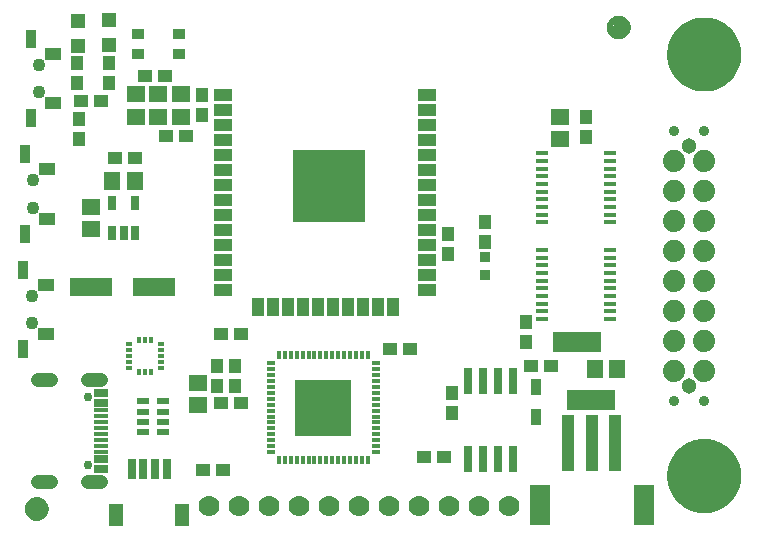
<source format=gbr>
G04 EAGLE Gerber RS-274X export*
G75*
%MOMM*%
%FSLAX34Y34*%
%LPD*%
%INSoldermask Top*%
%IPPOS*%
%AMOC8*
5,1,8,0,0,1.08239X$1,22.5*%
G01*
%ADD10R,1.301600X1.301600*%
%ADD11R,1.341600X1.601600*%
%ADD12R,0.651600X1.301600*%
%ADD13R,1.176600X1.101600*%
%ADD14R,0.701600X2.301600*%
%ADD15R,1.101600X0.951600*%
%ADD16R,0.321600X0.801600*%
%ADD17R,0.801600X0.321600*%
%ADD18R,4.801600X4.801600*%
%ADD19R,1.601600X1.341600*%
%ADD20R,1.101600X1.176600*%
%ADD21R,1.601600X1.001600*%
%ADD22R,1.001600X1.601600*%
%ADD23R,6.101600X6.101600*%
%ADD24R,1.001600X0.551600*%
%ADD25R,1.251600X0.676600*%
%ADD26R,1.251600X0.376600*%
%ADD27C,1.209600*%
%ADD28C,0.751600*%
%ADD29R,1.371600X1.001600*%
%ADD30R,0.901600X1.551600*%
%ADD31C,1.101600*%
%ADD32R,3.657600X1.501600*%
%ADD33R,1.092200X0.406400*%
%ADD34R,4.165600X1.778000*%
%ADD35C,5.367600*%
%ADD36C,1.016000*%
%ADD37R,0.701600X1.651600*%
%ADD38R,1.301600X1.901600*%
%ADD39R,1.101600X4.701600*%
%ADD40R,1.701600X3.501600*%
%ADD41R,0.901600X1.451600*%
%ADD42C,1.778000*%
%ADD43R,0.601600X0.351600*%
%ADD44R,0.351600X0.601600*%
%ADD45C,0.469900*%
%ADD46R,0.901600X0.901600*%
%ADD47C,1.879600*%
%ADD48C,1.301600*%
%ADD49C,0.901600*%


D10*
X53594Y429981D03*
X53594Y408981D03*
D11*
X102210Y294640D03*
X83210Y294640D03*
D12*
X83210Y249890D03*
X92710Y249890D03*
X102210Y249890D03*
X102210Y275890D03*
X83210Y275890D03*
D13*
X192015Y106680D03*
X175015Y106680D03*
X176775Y49530D03*
X159775Y49530D03*
D14*
X396621Y59052D03*
X396621Y125352D03*
X383921Y59052D03*
X409321Y59052D03*
X422021Y59052D03*
X383921Y125352D03*
X409321Y125352D03*
X422021Y125352D03*
D13*
X363719Y60833D03*
X346719Y60833D03*
D15*
X139420Y401460D03*
X104420Y401460D03*
X139420Y418960D03*
X104420Y418960D03*
D16*
X224193Y57844D03*
X229193Y57844D03*
X234193Y57844D03*
X239193Y57844D03*
X244193Y57844D03*
X249193Y57844D03*
X254193Y57844D03*
X259193Y57844D03*
X264193Y57844D03*
X269193Y57844D03*
X274193Y57844D03*
X279193Y57844D03*
X284193Y57844D03*
X289193Y57844D03*
X294193Y57844D03*
X299193Y57844D03*
D17*
X306193Y64844D03*
X306193Y69844D03*
X306193Y74844D03*
X306193Y79844D03*
X306193Y84844D03*
X306193Y89844D03*
X306193Y94844D03*
X306193Y99844D03*
X306193Y104844D03*
X306193Y109844D03*
X306193Y114844D03*
X306193Y119844D03*
X306193Y124844D03*
X306193Y129844D03*
X306193Y134844D03*
X306193Y139844D03*
D16*
X299193Y146844D03*
X294193Y146844D03*
X289193Y146844D03*
X284193Y146844D03*
X279193Y146844D03*
X274193Y146844D03*
X269193Y146844D03*
X264193Y146844D03*
X259193Y146844D03*
X254193Y146844D03*
X249193Y146844D03*
X244193Y146844D03*
X239193Y146844D03*
X234193Y146844D03*
X229193Y146844D03*
X224193Y146844D03*
D17*
X217193Y139844D03*
X217193Y134844D03*
X217193Y129844D03*
X217193Y124844D03*
X217193Y119844D03*
X217193Y114844D03*
X217193Y109844D03*
X217193Y104844D03*
X217193Y99844D03*
X217193Y94844D03*
X217193Y89844D03*
X217193Y84844D03*
X217193Y79844D03*
X217193Y74844D03*
X217193Y69844D03*
X217193Y64844D03*
D18*
X261693Y102344D03*
D19*
X155956Y123637D03*
X155956Y104637D03*
D20*
X187325Y121040D03*
X187325Y138040D03*
X172085Y138040D03*
X172085Y121040D03*
X370704Y98098D03*
X370704Y115098D03*
D13*
X102480Y313690D03*
X85480Y313690D03*
D20*
X158586Y366876D03*
X158586Y349876D03*
D13*
X175278Y164709D03*
X192278Y164709D03*
X335162Y151892D03*
X318162Y151892D03*
X110372Y383286D03*
X127372Y383286D03*
D20*
X54864Y329701D03*
X54864Y346701D03*
D13*
X145406Y332486D03*
X128406Y332486D03*
D21*
X177144Y366992D03*
X177144Y354292D03*
X177144Y341592D03*
X177144Y328892D03*
X177144Y316192D03*
X177144Y303492D03*
X177144Y290792D03*
X177144Y278092D03*
X177144Y265392D03*
X177144Y252692D03*
X177144Y239992D03*
X177144Y227292D03*
X177144Y214592D03*
X177144Y201892D03*
D22*
X206144Y187992D03*
X218844Y187992D03*
X231544Y187992D03*
X244244Y187992D03*
X256944Y187992D03*
X269644Y187992D03*
X282344Y187992D03*
X295044Y187992D03*
X307744Y187992D03*
X320444Y187992D03*
D21*
X349144Y201892D03*
X349144Y214592D03*
X349144Y227292D03*
X349144Y239992D03*
X349144Y252692D03*
X349144Y265392D03*
X349144Y278092D03*
X349144Y290792D03*
X349144Y303492D03*
X349144Y316192D03*
X349144Y328892D03*
X349144Y341592D03*
X349144Y354292D03*
X349144Y366992D03*
D23*
X266544Y289992D03*
D19*
X102870Y348640D03*
X102870Y367640D03*
X121920Y348640D03*
X121920Y367640D03*
X140970Y348640D03*
X140970Y367640D03*
D24*
X125975Y107615D03*
X108975Y107615D03*
X125975Y98615D03*
X125975Y90615D03*
X125975Y81615D03*
X108975Y81615D03*
X108975Y98615D03*
X108975Y90615D03*
D25*
X73550Y114550D03*
X73550Y106550D03*
D26*
X73550Y100050D03*
X73550Y95050D03*
X73550Y90050D03*
X73550Y85050D03*
X73550Y80050D03*
X73550Y75050D03*
X73550Y70050D03*
X73550Y65050D03*
D25*
X73550Y58550D03*
X73550Y50550D03*
D27*
X31540Y125750D02*
X20460Y125750D01*
X20460Y39350D02*
X31540Y39350D01*
X62260Y39350D02*
X73340Y39350D01*
X73340Y125750D02*
X62260Y125750D01*
D28*
X62800Y53650D03*
X62800Y111450D03*
D29*
X33130Y402000D03*
X33130Y360000D03*
D30*
X14130Y414750D03*
X14130Y347250D03*
D31*
X21130Y392500D03*
X21130Y369500D03*
D29*
X28050Y304210D03*
X28050Y262210D03*
D30*
X9050Y316960D03*
X9050Y249460D03*
D31*
X16050Y294710D03*
X16050Y271710D03*
D29*
X26780Y206420D03*
X26780Y164420D03*
D30*
X7780Y219170D03*
X7780Y151670D03*
D31*
X14780Y196920D03*
X14780Y173920D03*
D10*
X80010Y409235D03*
X80010Y430235D03*
D20*
X367030Y232800D03*
X367030Y249800D03*
X80010Y394580D03*
X80010Y377580D03*
X53340Y377580D03*
X53340Y394580D03*
D19*
X64770Y272390D03*
X64770Y253390D03*
D32*
X117980Y204470D03*
X64900Y204470D03*
D13*
X56270Y361950D03*
X73270Y361950D03*
D33*
X446437Y235855D03*
X446437Y229355D03*
X446437Y222855D03*
X446437Y216355D03*
X446437Y209855D03*
X446437Y203355D03*
X446437Y196855D03*
X446437Y190355D03*
X446437Y183855D03*
X446437Y177355D03*
X504793Y177355D03*
X504793Y183855D03*
X504793Y190355D03*
X504793Y196855D03*
X504793Y203355D03*
X504793Y209855D03*
X504793Y216355D03*
X504793Y222855D03*
X504793Y229355D03*
X504793Y235855D03*
X446437Y317770D03*
X446437Y311270D03*
X446437Y304770D03*
X446437Y298270D03*
X446437Y291770D03*
X446437Y285270D03*
X446437Y278770D03*
X446437Y272270D03*
X446437Y265770D03*
X446437Y259270D03*
X504793Y259270D03*
X504793Y265770D03*
X504793Y272270D03*
X504793Y278770D03*
X504793Y285270D03*
X504793Y291770D03*
X504793Y298270D03*
X504793Y304770D03*
X504793Y311270D03*
X504793Y317770D03*
D34*
X476250Y158115D03*
D35*
X584200Y44450D03*
D36*
X558038Y44450D02*
X558046Y45092D01*
X558070Y45734D01*
X558109Y46375D01*
X558164Y47014D01*
X558235Y47653D01*
X558321Y48289D01*
X558423Y48923D01*
X558541Y49554D01*
X558674Y50182D01*
X558822Y50807D01*
X558986Y51428D01*
X559165Y52044D01*
X559358Y52657D01*
X559567Y53264D01*
X559791Y53866D01*
X560029Y54462D01*
X560282Y55052D01*
X560550Y55636D01*
X560831Y56213D01*
X561127Y56783D01*
X561437Y57345D01*
X561760Y57900D01*
X562097Y58447D01*
X562447Y58985D01*
X562810Y59514D01*
X563186Y60035D01*
X563575Y60546D01*
X563977Y61047D01*
X564390Y61538D01*
X564815Y62019D01*
X565252Y62490D01*
X565701Y62949D01*
X566160Y63398D01*
X566631Y63835D01*
X567112Y64260D01*
X567603Y64673D01*
X568104Y65075D01*
X568615Y65464D01*
X569136Y65840D01*
X569665Y66203D01*
X570203Y66553D01*
X570750Y66890D01*
X571305Y67213D01*
X571867Y67523D01*
X572437Y67819D01*
X573014Y68100D01*
X573598Y68368D01*
X574188Y68621D01*
X574784Y68859D01*
X575386Y69083D01*
X575993Y69292D01*
X576606Y69485D01*
X577222Y69664D01*
X577843Y69828D01*
X578468Y69976D01*
X579096Y70109D01*
X579727Y70227D01*
X580361Y70329D01*
X580997Y70415D01*
X581636Y70486D01*
X582275Y70541D01*
X582916Y70580D01*
X583558Y70604D01*
X584200Y70612D01*
X584842Y70604D01*
X585484Y70580D01*
X586125Y70541D01*
X586764Y70486D01*
X587403Y70415D01*
X588039Y70329D01*
X588673Y70227D01*
X589304Y70109D01*
X589932Y69976D01*
X590557Y69828D01*
X591178Y69664D01*
X591794Y69485D01*
X592407Y69292D01*
X593014Y69083D01*
X593616Y68859D01*
X594212Y68621D01*
X594802Y68368D01*
X595386Y68100D01*
X595963Y67819D01*
X596533Y67523D01*
X597095Y67213D01*
X597650Y66890D01*
X598197Y66553D01*
X598735Y66203D01*
X599264Y65840D01*
X599785Y65464D01*
X600296Y65075D01*
X600797Y64673D01*
X601288Y64260D01*
X601769Y63835D01*
X602240Y63398D01*
X602699Y62949D01*
X603148Y62490D01*
X603585Y62019D01*
X604010Y61538D01*
X604423Y61047D01*
X604825Y60546D01*
X605214Y60035D01*
X605590Y59514D01*
X605953Y58985D01*
X606303Y58447D01*
X606640Y57900D01*
X606963Y57345D01*
X607273Y56783D01*
X607569Y56213D01*
X607850Y55636D01*
X608118Y55052D01*
X608371Y54462D01*
X608609Y53866D01*
X608833Y53264D01*
X609042Y52657D01*
X609235Y52044D01*
X609414Y51428D01*
X609578Y50807D01*
X609726Y50182D01*
X609859Y49554D01*
X609977Y48923D01*
X610079Y48289D01*
X610165Y47653D01*
X610236Y47014D01*
X610291Y46375D01*
X610330Y45734D01*
X610354Y45092D01*
X610362Y44450D01*
X610354Y43808D01*
X610330Y43166D01*
X610291Y42525D01*
X610236Y41886D01*
X610165Y41247D01*
X610079Y40611D01*
X609977Y39977D01*
X609859Y39346D01*
X609726Y38718D01*
X609578Y38093D01*
X609414Y37472D01*
X609235Y36856D01*
X609042Y36243D01*
X608833Y35636D01*
X608609Y35034D01*
X608371Y34438D01*
X608118Y33848D01*
X607850Y33264D01*
X607569Y32687D01*
X607273Y32117D01*
X606963Y31555D01*
X606640Y31000D01*
X606303Y30453D01*
X605953Y29915D01*
X605590Y29386D01*
X605214Y28865D01*
X604825Y28354D01*
X604423Y27853D01*
X604010Y27362D01*
X603585Y26881D01*
X603148Y26410D01*
X602699Y25951D01*
X602240Y25502D01*
X601769Y25065D01*
X601288Y24640D01*
X600797Y24227D01*
X600296Y23825D01*
X599785Y23436D01*
X599264Y23060D01*
X598735Y22697D01*
X598197Y22347D01*
X597650Y22010D01*
X597095Y21687D01*
X596533Y21377D01*
X595963Y21081D01*
X595386Y20800D01*
X594802Y20532D01*
X594212Y20279D01*
X593616Y20041D01*
X593014Y19817D01*
X592407Y19608D01*
X591794Y19415D01*
X591178Y19236D01*
X590557Y19072D01*
X589932Y18924D01*
X589304Y18791D01*
X588673Y18673D01*
X588039Y18571D01*
X587403Y18485D01*
X586764Y18414D01*
X586125Y18359D01*
X585484Y18320D01*
X584842Y18296D01*
X584200Y18288D01*
X583558Y18296D01*
X582916Y18320D01*
X582275Y18359D01*
X581636Y18414D01*
X580997Y18485D01*
X580361Y18571D01*
X579727Y18673D01*
X579096Y18791D01*
X578468Y18924D01*
X577843Y19072D01*
X577222Y19236D01*
X576606Y19415D01*
X575993Y19608D01*
X575386Y19817D01*
X574784Y20041D01*
X574188Y20279D01*
X573598Y20532D01*
X573014Y20800D01*
X572437Y21081D01*
X571867Y21377D01*
X571305Y21687D01*
X570750Y22010D01*
X570203Y22347D01*
X569665Y22697D01*
X569136Y23060D01*
X568615Y23436D01*
X568104Y23825D01*
X567603Y24227D01*
X567112Y24640D01*
X566631Y25065D01*
X566160Y25502D01*
X565701Y25951D01*
X565252Y26410D01*
X564815Y26881D01*
X564390Y27362D01*
X563977Y27853D01*
X563575Y28354D01*
X563186Y28865D01*
X562810Y29386D01*
X562447Y29915D01*
X562097Y30453D01*
X561760Y31000D01*
X561437Y31555D01*
X561127Y32117D01*
X560831Y32687D01*
X560550Y33264D01*
X560282Y33848D01*
X560029Y34438D01*
X559791Y35034D01*
X559567Y35636D01*
X559358Y36243D01*
X559165Y36856D01*
X558986Y37472D01*
X558822Y38093D01*
X558674Y38718D01*
X558541Y39346D01*
X558423Y39977D01*
X558321Y40611D01*
X558235Y41247D01*
X558164Y41886D01*
X558109Y42525D01*
X558070Y43166D01*
X558046Y43808D01*
X558038Y44450D01*
D35*
X584200Y401320D03*
D36*
X558038Y401320D02*
X558046Y401962D01*
X558070Y402604D01*
X558109Y403245D01*
X558164Y403884D01*
X558235Y404523D01*
X558321Y405159D01*
X558423Y405793D01*
X558541Y406424D01*
X558674Y407052D01*
X558822Y407677D01*
X558986Y408298D01*
X559165Y408914D01*
X559358Y409527D01*
X559567Y410134D01*
X559791Y410736D01*
X560029Y411332D01*
X560282Y411922D01*
X560550Y412506D01*
X560831Y413083D01*
X561127Y413653D01*
X561437Y414215D01*
X561760Y414770D01*
X562097Y415317D01*
X562447Y415855D01*
X562810Y416384D01*
X563186Y416905D01*
X563575Y417416D01*
X563977Y417917D01*
X564390Y418408D01*
X564815Y418889D01*
X565252Y419360D01*
X565701Y419819D01*
X566160Y420268D01*
X566631Y420705D01*
X567112Y421130D01*
X567603Y421543D01*
X568104Y421945D01*
X568615Y422334D01*
X569136Y422710D01*
X569665Y423073D01*
X570203Y423423D01*
X570750Y423760D01*
X571305Y424083D01*
X571867Y424393D01*
X572437Y424689D01*
X573014Y424970D01*
X573598Y425238D01*
X574188Y425491D01*
X574784Y425729D01*
X575386Y425953D01*
X575993Y426162D01*
X576606Y426355D01*
X577222Y426534D01*
X577843Y426698D01*
X578468Y426846D01*
X579096Y426979D01*
X579727Y427097D01*
X580361Y427199D01*
X580997Y427285D01*
X581636Y427356D01*
X582275Y427411D01*
X582916Y427450D01*
X583558Y427474D01*
X584200Y427482D01*
X584842Y427474D01*
X585484Y427450D01*
X586125Y427411D01*
X586764Y427356D01*
X587403Y427285D01*
X588039Y427199D01*
X588673Y427097D01*
X589304Y426979D01*
X589932Y426846D01*
X590557Y426698D01*
X591178Y426534D01*
X591794Y426355D01*
X592407Y426162D01*
X593014Y425953D01*
X593616Y425729D01*
X594212Y425491D01*
X594802Y425238D01*
X595386Y424970D01*
X595963Y424689D01*
X596533Y424393D01*
X597095Y424083D01*
X597650Y423760D01*
X598197Y423423D01*
X598735Y423073D01*
X599264Y422710D01*
X599785Y422334D01*
X600296Y421945D01*
X600797Y421543D01*
X601288Y421130D01*
X601769Y420705D01*
X602240Y420268D01*
X602699Y419819D01*
X603148Y419360D01*
X603585Y418889D01*
X604010Y418408D01*
X604423Y417917D01*
X604825Y417416D01*
X605214Y416905D01*
X605590Y416384D01*
X605953Y415855D01*
X606303Y415317D01*
X606640Y414770D01*
X606963Y414215D01*
X607273Y413653D01*
X607569Y413083D01*
X607850Y412506D01*
X608118Y411922D01*
X608371Y411332D01*
X608609Y410736D01*
X608833Y410134D01*
X609042Y409527D01*
X609235Y408914D01*
X609414Y408298D01*
X609578Y407677D01*
X609726Y407052D01*
X609859Y406424D01*
X609977Y405793D01*
X610079Y405159D01*
X610165Y404523D01*
X610236Y403884D01*
X610291Y403245D01*
X610330Y402604D01*
X610354Y401962D01*
X610362Y401320D01*
X610354Y400678D01*
X610330Y400036D01*
X610291Y399395D01*
X610236Y398756D01*
X610165Y398117D01*
X610079Y397481D01*
X609977Y396847D01*
X609859Y396216D01*
X609726Y395588D01*
X609578Y394963D01*
X609414Y394342D01*
X609235Y393726D01*
X609042Y393113D01*
X608833Y392506D01*
X608609Y391904D01*
X608371Y391308D01*
X608118Y390718D01*
X607850Y390134D01*
X607569Y389557D01*
X607273Y388987D01*
X606963Y388425D01*
X606640Y387870D01*
X606303Y387323D01*
X605953Y386785D01*
X605590Y386256D01*
X605214Y385735D01*
X604825Y385224D01*
X604423Y384723D01*
X604010Y384232D01*
X603585Y383751D01*
X603148Y383280D01*
X602699Y382821D01*
X602240Y382372D01*
X601769Y381935D01*
X601288Y381510D01*
X600797Y381097D01*
X600296Y380695D01*
X599785Y380306D01*
X599264Y379930D01*
X598735Y379567D01*
X598197Y379217D01*
X597650Y378880D01*
X597095Y378557D01*
X596533Y378247D01*
X595963Y377951D01*
X595386Y377670D01*
X594802Y377402D01*
X594212Y377149D01*
X593616Y376911D01*
X593014Y376687D01*
X592407Y376478D01*
X591794Y376285D01*
X591178Y376106D01*
X590557Y375942D01*
X589932Y375794D01*
X589304Y375661D01*
X588673Y375543D01*
X588039Y375441D01*
X587403Y375355D01*
X586764Y375284D01*
X586125Y375229D01*
X585484Y375190D01*
X584842Y375166D01*
X584200Y375158D01*
X583558Y375166D01*
X582916Y375190D01*
X582275Y375229D01*
X581636Y375284D01*
X580997Y375355D01*
X580361Y375441D01*
X579727Y375543D01*
X579096Y375661D01*
X578468Y375794D01*
X577843Y375942D01*
X577222Y376106D01*
X576606Y376285D01*
X575993Y376478D01*
X575386Y376687D01*
X574784Y376911D01*
X574188Y377149D01*
X573598Y377402D01*
X573014Y377670D01*
X572437Y377951D01*
X571867Y378247D01*
X571305Y378557D01*
X570750Y378880D01*
X570203Y379217D01*
X569665Y379567D01*
X569136Y379930D01*
X568615Y380306D01*
X568104Y380695D01*
X567603Y381097D01*
X567112Y381510D01*
X566631Y381935D01*
X566160Y382372D01*
X565701Y382821D01*
X565252Y383280D01*
X564815Y383751D01*
X564390Y384232D01*
X563977Y384723D01*
X563575Y385224D01*
X563186Y385735D01*
X562810Y386256D01*
X562447Y386785D01*
X562097Y387323D01*
X561760Y387870D01*
X561437Y388425D01*
X561127Y388987D01*
X560831Y389557D01*
X560550Y390134D01*
X560282Y390718D01*
X560029Y391308D01*
X559791Y391904D01*
X559567Y392506D01*
X559358Y393113D01*
X559165Y393726D01*
X558986Y394342D01*
X558822Y394963D01*
X558674Y395588D01*
X558541Y396216D01*
X558423Y396847D01*
X558321Y397481D01*
X558235Y398117D01*
X558164Y398756D01*
X558109Y399395D01*
X558070Y400036D01*
X558046Y400678D01*
X558038Y401320D01*
D37*
X109300Y50540D03*
X119300Y50540D03*
X99300Y50540D03*
X129300Y50540D03*
D38*
X86300Y11540D03*
X142300Y11540D03*
D11*
X491515Y135255D03*
X510515Y135255D03*
D39*
X508950Y72085D03*
X488950Y72085D03*
D40*
X532950Y20085D03*
X444950Y20085D03*
D39*
X468950Y72085D03*
D13*
X454270Y137795D03*
X437270Y137795D03*
D41*
X441960Y120015D03*
X441960Y94615D03*
D42*
X419100Y19050D03*
X393700Y19050D03*
X368300Y19050D03*
X342900Y19050D03*
X317500Y19050D03*
X292100Y19050D03*
X266700Y19050D03*
X241300Y19050D03*
X215900Y19050D03*
X190500Y19050D03*
X165100Y19050D03*
D43*
X123990Y136050D03*
X123990Y141050D03*
X123990Y146050D03*
X123990Y151050D03*
X123990Y156050D03*
D44*
X115490Y159550D03*
X110490Y159550D03*
X105490Y159550D03*
D43*
X96990Y156050D03*
X96990Y151050D03*
X96990Y146050D03*
X96990Y141050D03*
X96990Y136050D03*
D44*
X105490Y132550D03*
X110490Y132550D03*
X115490Y132550D03*
D34*
X488315Y109220D03*
D20*
X484505Y348225D03*
X484505Y331225D03*
D19*
X462280Y348590D03*
X462280Y329590D03*
D31*
X19050Y16510D03*
D45*
X19050Y24010D02*
X18869Y24008D01*
X18688Y24001D01*
X18507Y23990D01*
X18326Y23975D01*
X18146Y23955D01*
X17966Y23931D01*
X17787Y23903D01*
X17609Y23870D01*
X17432Y23833D01*
X17255Y23792D01*
X17080Y23747D01*
X16905Y23697D01*
X16732Y23643D01*
X16561Y23585D01*
X16390Y23523D01*
X16222Y23456D01*
X16055Y23386D01*
X15889Y23312D01*
X15726Y23233D01*
X15565Y23151D01*
X15405Y23065D01*
X15248Y22975D01*
X15093Y22881D01*
X14940Y22784D01*
X14790Y22682D01*
X14642Y22578D01*
X14496Y22469D01*
X14354Y22358D01*
X14214Y22242D01*
X14077Y22124D01*
X13942Y22002D01*
X13811Y21877D01*
X13683Y21749D01*
X13558Y21618D01*
X13436Y21483D01*
X13318Y21346D01*
X13202Y21206D01*
X13091Y21064D01*
X12982Y20918D01*
X12878Y20770D01*
X12776Y20620D01*
X12679Y20467D01*
X12585Y20312D01*
X12495Y20155D01*
X12409Y19995D01*
X12327Y19834D01*
X12248Y19671D01*
X12174Y19505D01*
X12104Y19338D01*
X12037Y19170D01*
X11975Y18999D01*
X11917Y18828D01*
X11863Y18655D01*
X11813Y18480D01*
X11768Y18305D01*
X11727Y18128D01*
X11690Y17951D01*
X11657Y17773D01*
X11629Y17594D01*
X11605Y17414D01*
X11585Y17234D01*
X11570Y17053D01*
X11559Y16872D01*
X11552Y16691D01*
X11550Y16510D01*
X19050Y24010D02*
X19231Y24008D01*
X19412Y24001D01*
X19593Y23990D01*
X19774Y23975D01*
X19954Y23955D01*
X20134Y23931D01*
X20313Y23903D01*
X20491Y23870D01*
X20668Y23833D01*
X20845Y23792D01*
X21020Y23747D01*
X21195Y23697D01*
X21368Y23643D01*
X21539Y23585D01*
X21710Y23523D01*
X21878Y23456D01*
X22045Y23386D01*
X22211Y23312D01*
X22374Y23233D01*
X22535Y23151D01*
X22695Y23065D01*
X22852Y22975D01*
X23007Y22881D01*
X23160Y22784D01*
X23310Y22682D01*
X23458Y22578D01*
X23604Y22469D01*
X23746Y22358D01*
X23886Y22242D01*
X24023Y22124D01*
X24158Y22002D01*
X24289Y21877D01*
X24417Y21749D01*
X24542Y21618D01*
X24664Y21483D01*
X24782Y21346D01*
X24898Y21206D01*
X25009Y21064D01*
X25118Y20918D01*
X25222Y20770D01*
X25324Y20620D01*
X25421Y20467D01*
X25515Y20312D01*
X25605Y20155D01*
X25691Y19995D01*
X25773Y19834D01*
X25852Y19671D01*
X25926Y19505D01*
X25996Y19338D01*
X26063Y19170D01*
X26125Y18999D01*
X26183Y18828D01*
X26237Y18655D01*
X26287Y18480D01*
X26332Y18305D01*
X26373Y18128D01*
X26410Y17951D01*
X26443Y17773D01*
X26471Y17594D01*
X26495Y17414D01*
X26515Y17234D01*
X26530Y17053D01*
X26541Y16872D01*
X26548Y16691D01*
X26550Y16510D01*
X26548Y16329D01*
X26541Y16148D01*
X26530Y15967D01*
X26515Y15786D01*
X26495Y15606D01*
X26471Y15426D01*
X26443Y15247D01*
X26410Y15069D01*
X26373Y14892D01*
X26332Y14715D01*
X26287Y14540D01*
X26237Y14365D01*
X26183Y14192D01*
X26125Y14021D01*
X26063Y13850D01*
X25996Y13682D01*
X25926Y13515D01*
X25852Y13349D01*
X25773Y13186D01*
X25691Y13025D01*
X25605Y12865D01*
X25515Y12708D01*
X25421Y12553D01*
X25324Y12400D01*
X25222Y12250D01*
X25118Y12102D01*
X25009Y11956D01*
X24898Y11814D01*
X24782Y11674D01*
X24664Y11537D01*
X24542Y11402D01*
X24417Y11271D01*
X24289Y11143D01*
X24158Y11018D01*
X24023Y10896D01*
X23886Y10778D01*
X23746Y10662D01*
X23604Y10551D01*
X23458Y10442D01*
X23310Y10338D01*
X23160Y10236D01*
X23007Y10139D01*
X22852Y10045D01*
X22695Y9955D01*
X22535Y9869D01*
X22374Y9787D01*
X22211Y9708D01*
X22045Y9634D01*
X21878Y9564D01*
X21710Y9497D01*
X21539Y9435D01*
X21368Y9377D01*
X21195Y9323D01*
X21020Y9273D01*
X20845Y9228D01*
X20668Y9187D01*
X20491Y9150D01*
X20313Y9117D01*
X20134Y9089D01*
X19954Y9065D01*
X19774Y9045D01*
X19593Y9030D01*
X19412Y9019D01*
X19231Y9012D01*
X19050Y9010D01*
X18869Y9012D01*
X18688Y9019D01*
X18507Y9030D01*
X18326Y9045D01*
X18146Y9065D01*
X17966Y9089D01*
X17787Y9117D01*
X17609Y9150D01*
X17432Y9187D01*
X17255Y9228D01*
X17080Y9273D01*
X16905Y9323D01*
X16732Y9377D01*
X16561Y9435D01*
X16390Y9497D01*
X16222Y9564D01*
X16055Y9634D01*
X15889Y9708D01*
X15726Y9787D01*
X15565Y9869D01*
X15405Y9955D01*
X15248Y10045D01*
X15093Y10139D01*
X14940Y10236D01*
X14790Y10338D01*
X14642Y10442D01*
X14496Y10551D01*
X14354Y10662D01*
X14214Y10778D01*
X14077Y10896D01*
X13942Y11018D01*
X13811Y11143D01*
X13683Y11271D01*
X13558Y11402D01*
X13436Y11537D01*
X13318Y11674D01*
X13202Y11814D01*
X13091Y11956D01*
X12982Y12102D01*
X12878Y12250D01*
X12776Y12400D01*
X12679Y12553D01*
X12585Y12708D01*
X12495Y12865D01*
X12409Y13025D01*
X12327Y13186D01*
X12248Y13349D01*
X12174Y13515D01*
X12104Y13682D01*
X12037Y13850D01*
X11975Y14021D01*
X11917Y14192D01*
X11863Y14365D01*
X11813Y14540D01*
X11768Y14715D01*
X11727Y14892D01*
X11690Y15069D01*
X11657Y15247D01*
X11629Y15426D01*
X11605Y15606D01*
X11585Y15786D01*
X11570Y15967D01*
X11559Y16148D01*
X11552Y16329D01*
X11550Y16510D01*
D31*
X511810Y424180D03*
D45*
X511810Y431680D02*
X511629Y431678D01*
X511448Y431671D01*
X511267Y431660D01*
X511086Y431645D01*
X510906Y431625D01*
X510726Y431601D01*
X510547Y431573D01*
X510369Y431540D01*
X510192Y431503D01*
X510015Y431462D01*
X509840Y431417D01*
X509665Y431367D01*
X509492Y431313D01*
X509321Y431255D01*
X509150Y431193D01*
X508982Y431126D01*
X508815Y431056D01*
X508649Y430982D01*
X508486Y430903D01*
X508325Y430821D01*
X508165Y430735D01*
X508008Y430645D01*
X507853Y430551D01*
X507700Y430454D01*
X507550Y430352D01*
X507402Y430248D01*
X507256Y430139D01*
X507114Y430028D01*
X506974Y429912D01*
X506837Y429794D01*
X506702Y429672D01*
X506571Y429547D01*
X506443Y429419D01*
X506318Y429288D01*
X506196Y429153D01*
X506078Y429016D01*
X505962Y428876D01*
X505851Y428734D01*
X505742Y428588D01*
X505638Y428440D01*
X505536Y428290D01*
X505439Y428137D01*
X505345Y427982D01*
X505255Y427825D01*
X505169Y427665D01*
X505087Y427504D01*
X505008Y427341D01*
X504934Y427175D01*
X504864Y427008D01*
X504797Y426840D01*
X504735Y426669D01*
X504677Y426498D01*
X504623Y426325D01*
X504573Y426150D01*
X504528Y425975D01*
X504487Y425798D01*
X504450Y425621D01*
X504417Y425443D01*
X504389Y425264D01*
X504365Y425084D01*
X504345Y424904D01*
X504330Y424723D01*
X504319Y424542D01*
X504312Y424361D01*
X504310Y424180D01*
X511810Y431680D02*
X511991Y431678D01*
X512172Y431671D01*
X512353Y431660D01*
X512534Y431645D01*
X512714Y431625D01*
X512894Y431601D01*
X513073Y431573D01*
X513251Y431540D01*
X513428Y431503D01*
X513605Y431462D01*
X513780Y431417D01*
X513955Y431367D01*
X514128Y431313D01*
X514299Y431255D01*
X514470Y431193D01*
X514638Y431126D01*
X514805Y431056D01*
X514971Y430982D01*
X515134Y430903D01*
X515295Y430821D01*
X515455Y430735D01*
X515612Y430645D01*
X515767Y430551D01*
X515920Y430454D01*
X516070Y430352D01*
X516218Y430248D01*
X516364Y430139D01*
X516506Y430028D01*
X516646Y429912D01*
X516783Y429794D01*
X516918Y429672D01*
X517049Y429547D01*
X517177Y429419D01*
X517302Y429288D01*
X517424Y429153D01*
X517542Y429016D01*
X517658Y428876D01*
X517769Y428734D01*
X517878Y428588D01*
X517982Y428440D01*
X518084Y428290D01*
X518181Y428137D01*
X518275Y427982D01*
X518365Y427825D01*
X518451Y427665D01*
X518533Y427504D01*
X518612Y427341D01*
X518686Y427175D01*
X518756Y427008D01*
X518823Y426840D01*
X518885Y426669D01*
X518943Y426498D01*
X518997Y426325D01*
X519047Y426150D01*
X519092Y425975D01*
X519133Y425798D01*
X519170Y425621D01*
X519203Y425443D01*
X519231Y425264D01*
X519255Y425084D01*
X519275Y424904D01*
X519290Y424723D01*
X519301Y424542D01*
X519308Y424361D01*
X519310Y424180D01*
X519308Y423999D01*
X519301Y423818D01*
X519290Y423637D01*
X519275Y423456D01*
X519255Y423276D01*
X519231Y423096D01*
X519203Y422917D01*
X519170Y422739D01*
X519133Y422562D01*
X519092Y422385D01*
X519047Y422210D01*
X518997Y422035D01*
X518943Y421862D01*
X518885Y421691D01*
X518823Y421520D01*
X518756Y421352D01*
X518686Y421185D01*
X518612Y421019D01*
X518533Y420856D01*
X518451Y420695D01*
X518365Y420535D01*
X518275Y420378D01*
X518181Y420223D01*
X518084Y420070D01*
X517982Y419920D01*
X517878Y419772D01*
X517769Y419626D01*
X517658Y419484D01*
X517542Y419344D01*
X517424Y419207D01*
X517302Y419072D01*
X517177Y418941D01*
X517049Y418813D01*
X516918Y418688D01*
X516783Y418566D01*
X516646Y418448D01*
X516506Y418332D01*
X516364Y418221D01*
X516218Y418112D01*
X516070Y418008D01*
X515920Y417906D01*
X515767Y417809D01*
X515612Y417715D01*
X515455Y417625D01*
X515295Y417539D01*
X515134Y417457D01*
X514971Y417378D01*
X514805Y417304D01*
X514638Y417234D01*
X514470Y417167D01*
X514299Y417105D01*
X514128Y417047D01*
X513955Y416993D01*
X513780Y416943D01*
X513605Y416898D01*
X513428Y416857D01*
X513251Y416820D01*
X513073Y416787D01*
X512894Y416759D01*
X512714Y416735D01*
X512534Y416715D01*
X512353Y416700D01*
X512172Y416689D01*
X511991Y416682D01*
X511810Y416680D01*
X511629Y416682D01*
X511448Y416689D01*
X511267Y416700D01*
X511086Y416715D01*
X510906Y416735D01*
X510726Y416759D01*
X510547Y416787D01*
X510369Y416820D01*
X510192Y416857D01*
X510015Y416898D01*
X509840Y416943D01*
X509665Y416993D01*
X509492Y417047D01*
X509321Y417105D01*
X509150Y417167D01*
X508982Y417234D01*
X508815Y417304D01*
X508649Y417378D01*
X508486Y417457D01*
X508325Y417539D01*
X508165Y417625D01*
X508008Y417715D01*
X507853Y417809D01*
X507700Y417906D01*
X507550Y418008D01*
X507402Y418112D01*
X507256Y418221D01*
X507114Y418332D01*
X506974Y418448D01*
X506837Y418566D01*
X506702Y418688D01*
X506571Y418813D01*
X506443Y418941D01*
X506318Y419072D01*
X506196Y419207D01*
X506078Y419344D01*
X505962Y419484D01*
X505851Y419626D01*
X505742Y419772D01*
X505638Y419920D01*
X505536Y420070D01*
X505439Y420223D01*
X505345Y420378D01*
X505255Y420535D01*
X505169Y420695D01*
X505087Y420856D01*
X505008Y421019D01*
X504934Y421185D01*
X504864Y421352D01*
X504797Y421520D01*
X504735Y421691D01*
X504677Y421862D01*
X504623Y422035D01*
X504573Y422210D01*
X504528Y422385D01*
X504487Y422562D01*
X504450Y422739D01*
X504417Y422917D01*
X504389Y423096D01*
X504365Y423276D01*
X504345Y423456D01*
X504330Y423637D01*
X504319Y423818D01*
X504312Y423999D01*
X504310Y424180D01*
D20*
X433070Y157870D03*
X433070Y174870D03*
D46*
X398780Y229750D03*
X398780Y214750D03*
D20*
X398780Y242960D03*
X398780Y259960D03*
D47*
X558800Y311150D03*
X584200Y311150D03*
X558800Y285750D03*
X584200Y285750D03*
X558800Y260350D03*
X584200Y260350D03*
X558800Y234950D03*
X584200Y234950D03*
X558800Y209550D03*
X584200Y209550D03*
X558800Y184150D03*
X584200Y184150D03*
X558800Y158750D03*
X584200Y158750D03*
X558800Y133350D03*
X584200Y133350D03*
D48*
X571500Y323850D03*
X571500Y120650D03*
D49*
X584200Y336550D03*
X558800Y336550D03*
X584200Y107950D03*
X558800Y107950D03*
M02*

</source>
